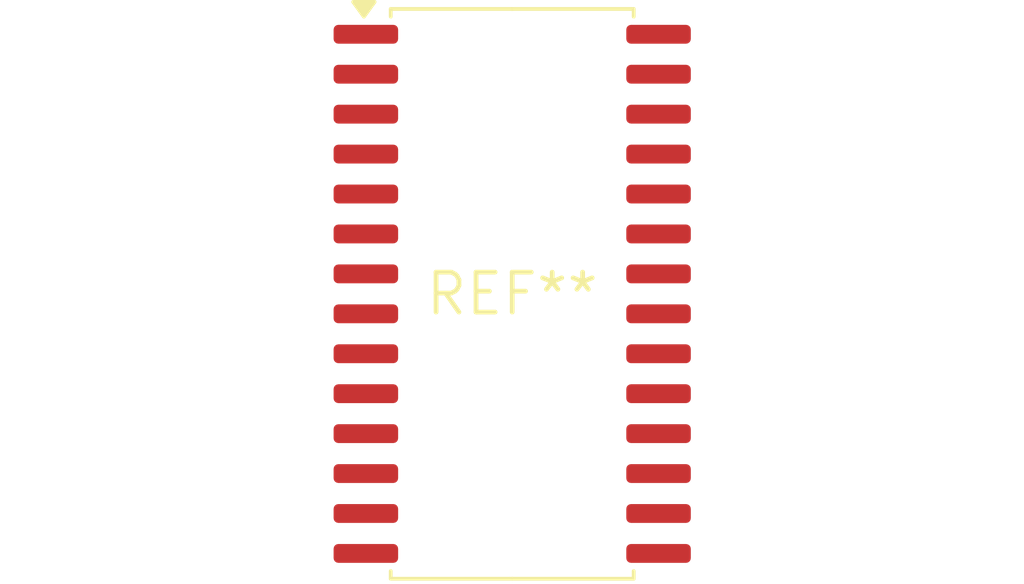
<source format=kicad_pcb>
(kicad_pcb (version 20240108) (generator pcbnew)
  (layers (0 "F.Cu" signal) (31 "B.Cu" signal) (34 "B.Paste" user) (35 "F.Paste" user) (36 "B.SilkS" user "B.Silkscreen") (37 "F.SilkS" user "F.Silkscreen") (38 "B.Mask" user) (39 "F.Mask" user) (44 "Edge.Cuts" user))
  (net 0 "")
  (footprint "SOIC-28W_7.5x17.9mm_P1.27mm" (layer "F.Cu") (at 0 0)
    (property "Reference" "REF**")
    (property "Value" "SOIC-28W_7.5x17.9mm_P1.27mm")
    (fp_line (start -3.86 -9.06) (end -3.86 -8.815) (layer "F.SilkS") (stroke (width 0.12)))
    (fp_line (start -3.86 9.06) (end -3.86 8.815) (layer "F.SilkS") (stroke (width 0.12)))
    (fp_line (start 0 -9.06) (end -3.86 -9.06) (layer "F.SilkS") (stroke (width 0.12)))
    (fp_line (start 0 -9.06) (end 3.86 -9.06) (layer "F.SilkS") (stroke (width 0.12)))
    (fp_line (start 0 9.06) (end -3.86 9.06) (layer "F.SilkS") (stroke (width 0.12)))
    (fp_line (start 0 9.06) (end 3.86 9.06) (layer "F.SilkS") (stroke (width 0.12)))
    (fp_line (start 3.86 -9.06) (end 3.86 -8.815) (layer "F.SilkS") (stroke (width 0.12)))
    (fp_line (start 3.86 9.06) (end 3.86 8.815) (layer "F.SilkS") (stroke (width 0.12)))
    (fp_poly (pts (xy -4.7125 -8.815) (xy -5.0525 -9.285) (xy -4.3725 -9.285) (xy -4.7125 -8.815)) (layer "F.SilkS") (stroke (width 0.12)) (fill solid))
    (pad "1" smd roundrect (at -4.65 -8.255) (size 2.05 0.6) (layers "F.Cu" "F.Paste" "F.Mask"))
    (pad "2" smd roundrect (at -4.65 -6.985) (size 2.05 0.6) (layers "F.Cu" "F.Paste" "F.Mask"))
    (pad "3" smd roundrect (at -4.65 -5.715) (size 2.05 0.6) (layers "F.Cu" "F.Paste" "F.Mask"))
    (pad "4" smd roundrect (at -4.65 -4.445) (size 2.05 0.6) (layers "F.Cu" "F.Paste" "F.Mask"))
    (pad "5" smd roundrect (at -4.65 -3.175) (size 2.05 0.6) (layers "F.Cu" "F.Paste" "F.Mask"))
    (pad "6" smd roundrect (at -4.65 -1.905) (size 2.05 0.6) (layers "F.Cu" "F.Paste" "F.Mask"))
    (pad "7" smd roundrect (at -4.65 -0.635) (size 2.05 0.6) (layers "F.Cu" "F.Paste" "F.Mask"))
    (pad "8" smd roundrect (at -4.65 0.635) (size 2.05 0.6) (layers "F.Cu" "F.Paste" "F.Mask"))
    (pad "9" smd roundrect (at -4.65 1.905) (size 2.05 0.6) (layers "F.Cu" "F.Paste" "F.Mask"))
    (pad "10" smd roundrect (at -4.65 3.175) (size 2.05 0.6) (layers "F.Cu" "F.Paste" "F.Mask"))
    (pad "11" smd roundrect (at -4.65 4.445) (size 2.05 0.6) (layers "F.Cu" "F.Paste" "F.Mask"))
    (pad "12" smd roundrect (at -4.65 5.715) (size 2.05 0.6) (layers "F.Cu" "F.Paste" "F.Mask"))
    (pad "13" smd roundrect (at -4.65 6.985) (size 2.05 0.6) (layers "F.Cu" "F.Paste" "F.Mask"))
    (pad "14" smd roundrect (at -4.65 8.255) (size 2.05 0.6) (layers "F.Cu" "F.Paste" "F.Mask"))
    (pad "15" smd roundrect (at 4.65 8.255) (size 2.05 0.6) (layers "F.Cu" "F.Paste" "F.Mask"))
    (pad "16" smd roundrect (at 4.65 6.985) (size 2.05 0.6) (layers "F.Cu" "F.Paste" "F.Mask"))
    (pad "17" smd roundrect (at 4.65 5.715) (size 2.05 0.6) (layers "F.Cu" "F.Paste" "F.Mask"))
    (pad "18" smd roundrect (at 4.65 4.445) (size 2.05 0.6) (layers "F.Cu" "F.Paste" "F.Mask"))
    (pad "19" smd roundrect (at 4.65 3.175) (size 2.05 0.6) (layers "F.Cu" "F.Paste" "F.Mask"))
    (pad "20" smd roundrect (at 4.65 1.905) (size 2.05 0.6) (layers "F.Cu" "F.Paste" "F.Mask"))
    (pad "21" smd roundrect (at 4.65 0.635) (size 2.05 0.6) (layers "F.Cu" "F.Paste" "F.Mask"))
    (pad "22" smd roundrect (at 4.65 -0.635) (size 2.05 0.6) (layers "F.Cu" "F.Paste" "F.Mask"))
    (pad "23" smd roundrect (at 4.65 -1.905) (size 2.05 0.6) (layers "F.Cu" "F.Paste" "F.Mask"))
    (pad "24" smd roundrect (at 4.65 -3.175) (size 2.05 0.6) (layers "F.Cu" "F.Paste" "F.Mask"))
    (pad "25" smd roundrect (at 4.65 -4.445) (size 2.05 0.6) (layers "F.Cu" "F.Paste" "F.Mask"))
    (pad "26" smd roundrect (at 4.65 -5.715) (size 2.05 0.6) (layers "F.Cu" "F.Paste" "F.Mask"))
    (pad "27" smd roundrect (at 4.65 -6.985) (size 2.05 0.6) (layers "F.Cu" "F.Paste" "F.Mask"))
    (pad "28" smd roundrect (at 4.65 -8.255) (size 2.05 0.6) (layers "F.Cu" "F.Paste" "F.Mask"))
  )
)
</source>
